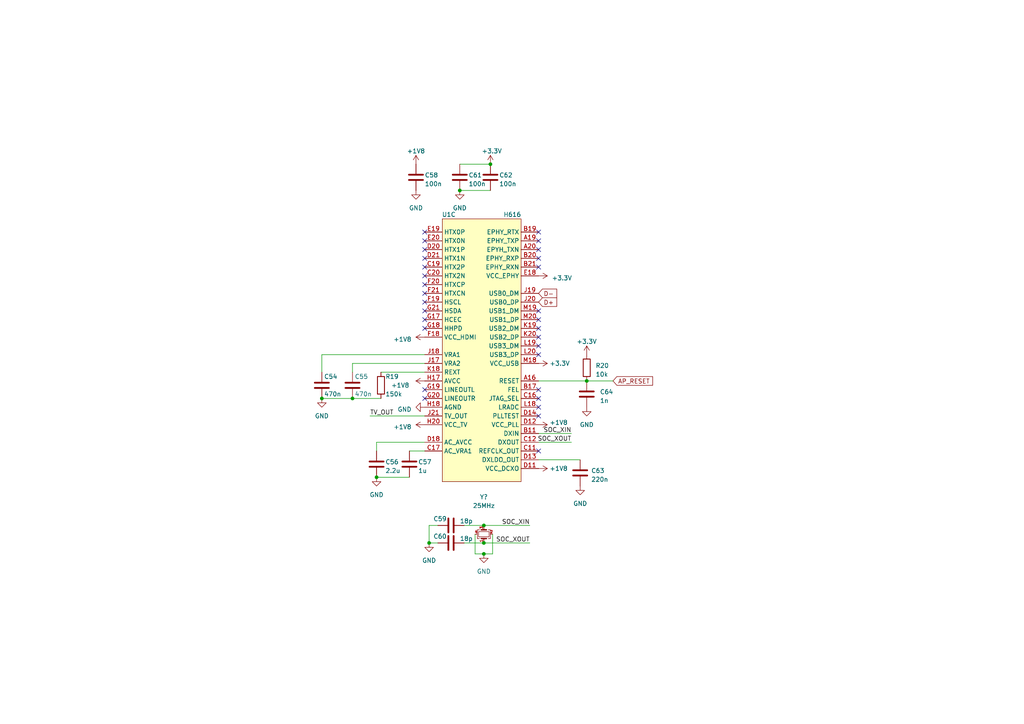
<source format=kicad_sch>
(kicad_sch (version 20230121) (generator eeschema)
  (paper "A4")
  (lib_symbols
    (symbol "Device:C" (pin_numbers hide) (pin_names (offset 0.254))
      (property "Reference" "C" (at 0.635 2.54 0))
      (property "Value" "C" (at 0.635 -2.54 0))
      (symbol "C_0_1"
        (polyline (pts (xy -2.032 -0.762) (xy 2.032 -0.762)) (stroke (width 0.508)))
        (polyline (pts (xy -2.032 0.762) (xy 2.032 0.762)) (stroke (width 0.508)))
      )
      (symbol "C_1_1"
        (pin passive line (at 0 3.81 270) (length 2.794) (name "~") (number "1"))
        (pin passive line (at 0 -3.81 90) (length 2.794) (name "~") (number "2"))
      )
    )
    (symbol "Device:Crystal_GND24_Small" (pin_names (offset 1.016) hide)
      (property "Reference" "Y" (at 1.27 4.445 0))
      (property "Value" "Crystal_GND24_Small" (at 1.27 2.54 0))
      (symbol "Crystal_GND24_Small_0_1"
        (rectangle (start -0.762 -1.524) (end 0.762 1.524))
        (polyline (pts (xy -1.27 -0.762) (xy -1.27 0.762)) (stroke (width 0.381)))
        (polyline (pts (xy 1.27 -0.762) (xy 1.27 0.762)) (stroke (width 0.381)))
        (polyline (pts (xy -1.27 -1.27) (xy -1.27 -1.905) (xy 1.27 -1.905) (xy 1.27 -1.27)))
        (polyline (pts (xy -1.27 1.27) (xy -1.27 1.905) (xy 1.27 1.905) (xy 1.27 1.27)))
      )
      (symbol "Crystal_GND24_Small_1_1"
        (pin passive line (at -2.54 0 0) (length 1.27) (name "1") (number "1"))
        (pin passive line (at 0 -2.54 90) (length 0.635) (name "2") (number "2"))
        (pin passive line (at 2.54 0 180) (length 1.27) (name "3") (number "3"))
        (pin passive line (at 0 2.54 270) (length 0.635) (name "4") (number "4"))
      )
    )
    (symbol "Device:R" (pin_numbers hide) (pin_names (offset 0))
      (property "Reference" "R" (at 2.032 0 90))
      (property "Value" "R" (at 0 0 90))
      (symbol "R_0_1"
        (rectangle (start -1.016 -2.54) (end 1.016 2.54) (stroke (width 0.254)))
      )
      (symbol "R_1_1"
        (pin passive line (at 0 3.81 270) (length 1.27) (name "~") (number "1"))
        (pin passive line (at 0 -3.81 90) (length 1.27) (name "~") (number "2"))
      )
    )
    (symbol "H616_lib:H616"
      (property "Reference" "U" (at 0 0 0))
      (symbol "H616_1_1"
        (rectangle (start -7.62 -2.54) (end 15.24 -118.11) (fill (type background)))
        (pin input line (at 20.32 -92.71 180) (length 5.08) (name "VCC_DRAM2") (number "L10"))
        (pin input line (at 20.32 -95.25 180) (length 5.08) (name "VCC_DRAM3") (number "L11"))
        (pin input line (at 20.32 -97.79 180) (length 5.08) (name "VCC_DRAM4") (number "L12"))
        (pin input line (at 20.32 -100.33 180) (length 5.08) (name "VCC_DRAM5") (number "L13"))
        (pin input line (at 20.32 -102.87 180) (length 5.08) (name "VDD18_DRAM") (number "L14"))
        (pin input line (at 20.32 -87.63 180) (length 5.08) (name "SZQ") (number "L15"))
        (pin input line (at 20.32 -90.17 180) (length 5.08) (name "VCC_DRAM1") (number "L9"))
        (pin input line (at -12.7 -113.03 0) (length 5.08) (name "SDQM3") (number "N10"))
        (pin input line (at -12.7 -44.45 0) (length 5.08) (name "SA15") (number "N13"))
        (pin input line (at -12.7 -29.21 0) (length 5.08) (name "SA9") (number "N16"))
        (pin input line (at -12.7 -24.13 0) (length 5.08) (name "SA7") (number "N19"))
        (pin input line (at 20.32 -11.43 180) (length 5.08) (name "SDQ2") (number "N2"))
        (pin input line (at -12.7 -69.85 0) (length 5.08) (name "SODT1") (number "N20"))
        (pin input line (at -12.7 -49.53 0) (length 5.08) (name "SBA0") (number "N21"))
        (pin input line (at 20.32 -6.35 180) (length 5.08) (name "SDQ0") (number "N3"))
        (pin input line (at 20.32 -39.37 180) (length 5.08) (name "SDQ13") (number "N4"))
        (pin input line (at 20.32 -44.45 180) (length 5.08) (name "SDQ15") (number "N5"))
        (pin input line (at 20.32 -72.39 180) (length 5.08) (name "SDQ26") (number "N7"))
        (pin input line (at 20.32 -19.05 180) (length 5.08) (name "SDQ5") (number "P1"))
        (pin input line (at 20.32 -77.47 180) (length 5.08) (name "SDQ28") (number "P10"))
        (pin input line (at 20.32 -82.55 180) (length 5.08) (name "SDQ30") (number "P12"))
        (pin input line (at -12.7 -80.01 0) (length 5.08) (name "SCKE1") (number "P13"))
        (pin input line (at -12.7 -19.05 0) (length 5.08) (name "SA5") (number "P15"))
        (pin input line (at -12.7 -39.37 0) (length 5.08) (name "SA13") (number "P16"))
        (pin input line (at -12.7 -59.69 0) (length 5.08) (name "SACT") (number "P18"))
        (pin input line (at 20.32 -24.13 180) (length 5.08) (name "SDQ7") (number "P2"))
        (pin input line (at -12.7 -54.61 0) (length 5.08) (name "SBG0") (number "P20"))
        (pin input line (at -12.7 -57.15 0) (length 5.08) (name "SBG1") (number "P21"))
        (pin input line (at 20.32 -31.75 180) (length 5.08) (name "SDQ10") (number "P4"))
        (pin input line (at 20.32 -26.67 180) (length 5.08) (name "SDQ8") (number "P5"))
        (pin input line (at 20.32 -41.91 180) (length 5.08) (name "SDQ14") (number "P6"))
        (pin input line (at 20.32 -69.85 180) (length 5.08) (name "SDQ25") (number "P7"))
        (pin input line (at 20.32 -74.93 180) (length 5.08) (name "SDQ27") (number "P9"))
        (pin input line (at -12.7 -87.63 0) (length 5.08) (name "SDQS0N") (number "R1"))
        (pin input line (at 20.32 -85.09 180) (length 5.08) (name "SDQ31") (number "R12"))
        (pin input line (at -12.7 -52.07 0) (length 5.08) (name "SBA1") (number "R15"))
        (pin input line (at -12.7 -16.51 0) (length 5.08) (name "SA4") (number "R18"))
        (pin input line (at -12.7 -31.75 0) (length 5.08) (name "SA10") (number "R19"))
        (pin input line (at -12.7 -85.09 0) (length 5.08) (name "SDQS0P") (number "R2"))
        (pin input line (at -12.7 -64.77 0) (length 5.08) (name "SCS1") (number "R20"))
        (pin input line (at -12.7 -107.95 0) (length 5.08) (name "SDQM1") (number "R3"))
        (pin input line (at 20.32 -34.29 180) (length 5.08) (name "SDQ11") (number "R4"))
        (pin input line (at 20.32 -36.83 180) (length 5.08) (name "SDQ12") (number "R6"))
        (pin input line (at 20.32 -67.31 180) (length 5.08) (name "SDQ24") (number "R9"))
        (pin input line (at 20.32 -46.99 180) (length 5.08) (name "SDQ16") (number "T11"))
        (pin input line (at 20.32 -52.07 180) (length 5.08) (name "SDQ18") (number "T12"))
        (pin input line (at -12.7 -72.39 0) (length 5.08) (name "SCKP") (number "T14"))
        (pin input line (at -12.7 -13.97 0) (length 5.08) (name "SA3") (number "T16"))
        (pin input line (at -12.7 -11.43 0) (length 5.08) (name "SA2") (number "T18"))
        (pin input line (at 20.32 -21.59 180) (length 5.08) (name "SDQ6") (number "T2"))
        (pin input line (at -12.7 -67.31 0) (length 5.08) (name "SODT0") (number "T20"))
        (pin input line (at -12.7 -6.35 0) (length 5.08) (name "SA0") (number "T21"))
        (pin input line (at 20.32 -13.97 180) (length 5.08) (name "SDQ3") (number "T4"))
        (pin input line (at 20.32 -64.77 180) (length 5.08) (name "SDQ23") (number "T5"))
        (pin input line (at 20.32 -57.15 180) (length 5.08) (name "SDQ20") (number "T6"))
        (pin input line (at 20.32 -62.23 180) (length 5.08) (name "SDQ22") (number "T7"))
        (pin input line (at -12.7 -110.49 0) (length 5.08) (name "SDQM2") (number "T9"))
        (pin input line (at -12.7 -105.41 0) (length 5.08) (name "SDQM0") (number "U1"))
        (pin input line (at -12.7 -102.87 0) (length 5.08) (name "SDQS3N") (number "U10"))
        (pin input line (at 20.32 -80.01 180) (length 5.08) (name "SDQ29") (number "U11"))
        (pin input line (at 20.32 -49.53 180) (length 5.08) (name "SDQ17") (number "U12"))
        (pin input line (at -12.7 -74.93 0) (length 5.08) (name "SCKN") (number "U14"))
        (pin input line (at -12.7 -34.29 0) (length 5.08) (name "SA11") (number "U15"))
        (pin input line (at -12.7 -36.83 0) (length 5.08) (name "SA12") (number "U16"))
        (pin input line (at -12.7 -8.89 0) (length 5.08) (name "SA1") (number "U17"))
        (pin input line (at -12.7 -46.99 0) (length 5.08) (name "SA16") (number "U18"))
        (pin input line (at -12.7 -26.67 0) (length 5.08) (name "SA8") (number "U19"))
        (pin input line (at -12.7 -90.17 0) (length 5.08) (name "SDQS1P") (number "U2"))
        (pin input line (at -12.7 -21.59 0) (length 5.08) (name "SA6") (number "U20"))
        (pin input line (at -12.7 -82.55 0) (length 5.08) (name "SRST") (number "U21"))
        (pin input line (at 20.32 -16.51 180) (length 5.08) (name "SDQ4") (number "U3"))
        (pin input line (at 20.32 -8.89 180) (length 5.08) (name "SDQ1") (number "U4"))
        (pin input line (at 20.32 -59.69 180) (length 5.08) (name "SDQ21") (number "U5"))
        (pin input line (at -12.7 -97.79 0) (length 5.08) (name "SDQS2N") (number "U8"))
        (pin input line (at 20.32 -54.61 180) (length 5.08) (name "SDQ19") (number "U9"))
        (pin input line (at -12.7 -100.33 0) (length 5.08) (name "SDQS3P") (number "V10"))
        (pin input line (at -12.7 -77.47 0) (length 5.08) (name "SCKE0") (number "V15"))
        (pin input line (at -12.7 -62.23 0) (length 5.08) (name "SCS0") (number "V17"))
        (pin input line (at -12.7 -92.71 0) (length 5.08) (name "SDQS1N") (number "V2"))
        (pin input line (at -12.7 -41.91 0) (length 5.08) (name "SA14") (number "V20"))
        (pin input line (at 20.32 -29.21 180) (length 5.08) (name "SDQ9") (number "V3"))
        (pin input line (at -12.7 -95.25 0) (length 5.08) (name "SDQS2P") (number "V8"))
      )
      (symbol "H616_2_1"
        (rectangle (start -7.62 -38.1) (end 10.16 -162.56) (fill (type background)))
        (pin input line (at 15.24 -63.5 180) (length 5.08) (name "PH9") (number "A12"))
        (pin input line (at 15.24 -50.8 180) (length 5.08) (name "PH4") (number "A14"))
        (pin input line (at -12.7 -154.94 0) (length 5.08) (name "PG18") (number "A2"))
        (pin input line (at -12.7 -124.46 0) (length 5.08) (name "PG6") (number "A4"))
        (pin input line (at -12.7 -109.22 0) (length 5.08) (name "PG0") (number "A6"))
        (pin input line (at -12.7 -147.32 0) (length 5.08) (name "PG15") (number "A8"))
        (pin input line (at -12.7 -40.64 0) (length 5.08) (name "PC0") (number "B1"))
        (pin input line (at -12.7 -137.16 0) (length 5.08) (name "PG11") (number "B10"))
        (pin input line (at 15.24 -58.42 180) (length 5.08) (name "PH7") (number "B12"))
        (pin input line (at 15.24 -66.04 180) (length 5.08) (name "PH10") (number "B13"))
        (pin input line (at 15.24 -53.34 180) (length 5.08) (name "PH5") (number "B14"))
        (pin input line (at 15.24 -45.72 180) (length 5.08) (name "PH2") (number "B15"))
        (pin input line (at 15.24 -121.92 180) (length 5.08) (name "PL1") (number "B18"))
        (pin input line (at -12.7 -157.48 0) (length 5.08) (name "PG19") (number "B2"))
        (pin input line (at -12.7 -132.08 0) (length 5.08) (name "PG9") (number "B3"))
        (pin input line (at -12.7 -127 0) (length 5.08) (name "PG7") (number "B4"))
        (pin input line (at -12.7 -116.84 0) (length 5.08) (name "PG3") (number "B5"))
        (pin input line (at -12.7 -121.92 0) (length 5.08) (name "PG5") (number "B7"))
        (pin input line (at -12.7 -149.86 0) (length 5.08) (name "PG16") (number "B8"))
        (pin input line (at -12.7 -144.78 0) (length 5.08) (name "PG14") (number "B9"))
        (pin input line (at -12.7 -45.72 0) (length 5.08) (name "PC2") (number "C1"))
        (pin input line (at -12.7 -142.24 0) (length 5.08) (name "PG13") (number "C10"))
        (pin input line (at 15.24 -60.96 180) (length 5.08) (name "PH8") (number "C13"))
        (pin input line (at 15.24 -55.88 180) (length 5.08) (name "PH6") (number "C14"))
        (pin input line (at 15.24 -48.26 180) (length 5.08) (name "PH3") (number "C15"))
        (pin input line (at 15.24 -119.38 180) (length 5.08) (name "PL0") (number "C18"))
        (pin input line (at -12.7 -43.18 0) (length 5.08) (name "PC1") (number "C2"))
        (pin input line (at -12.7 -152.4 0) (length 5.08) (name "PG17") (number "C3"))
        (pin input line (at -12.7 -129.54 0) (length 5.08) (name "PG8") (number "C4"))
        (pin input line (at -12.7 -119.38 0) (length 5.08) (name "PG4") (number "C5"))
        (pin input line (at -12.7 -114.3 0) (length 5.08) (name "PG2") (number "C6"))
        (pin input line (at -12.7 -111.76 0) (length 5.08) (name "PG1") (number "C7"))
        (pin input line (at -12.7 -134.62 0) (length 5.08) (name "PG10") (number "C8"))
        (pin input line (at -12.7 -139.7 0) (length 5.08) (name "PG12") (number "C9"))
        (pin input line (at -12.7 -48.26 0) (length 5.08) (name "PC3") (number "D1"))
        (pin input line (at 15.24 -43.18 180) (length 5.08) (name "PH1") (number "D15"))
        (pin input line (at 15.24 -40.64 180) (length 5.08) (name "PH0") (number "D16"))
        (pin input line (at -12.7 -50.8 0) (length 5.08) (name "PC4") (number "D2"))
        (pin input line (at -12.7 -53.34 0) (length 5.08) (name "PC5") (number "D3"))
        (pin input line (at 15.24 -73.66 180) (length 5.08) (name "PI1") (number "D4"))
        (pin input line (at 15.24 -93.98 180) (length 5.08) (name "PI9") (number "D5"))
        (pin input line (at -12.7 -160.02 0) (length 5.08) (name "VCC_PG") (number "D7"))
        (pin input line (at -12.7 -55.88 0) (length 5.08) (name "PC6") (number "E2"))
        (pin input line (at -12.7 -60.96 0) (length 5.08) (name "PC8") (number "E3"))
        (pin input line (at 15.24 -78.74 180) (length 5.08) (name "PI3") (number "E4"))
        (pin input line (at 15.24 -104.14 180) (length 5.08) (name "PI13") (number "E5"))
        (pin input line (at 15.24 -91.44 180) (length 5.08) (name "PI8") (number "E6"))
        (pin input line (at -12.7 -63.5 0) (length 5.08) (name "PC9") (number "F1"))
        (pin input line (at -12.7 -66.04 0) (length 5.08) (name "PC10") (number "F2"))
        (pin input line (at -12.7 -68.58 0) (length 5.08) (name "PC11") (number "F3"))
        (pin input line (at -12.7 -58.42 0) (length 5.08) (name "PC7") (number "F4"))
        (pin input line (at -12.7 -83.82 0) (length 5.08) (name "VCC_PC") (number "F5"))
        (pin input line (at -12.7 -71.12 0) (length 5.08) (name "PC12") (number "G2"))
        (pin input line (at -12.7 -73.66 0) (length 5.08) (name "PC13") (number "G3"))
        (pin input line (at 15.24 -88.9 180) (length 5.08) (name "PI7") (number "G4"))
        (pin input line (at 15.24 -81.28 180) (length 5.08) (name "PI4") (number "G5"))
        (pin input line (at 15.24 -76.2 180) (length 5.08) (name "PI2") (number "G6"))
        (pin input line (at -12.7 -76.2 0) (length 5.08) (name "PC14") (number "H1"))
        (pin input line (at -12.7 -78.74 0) (length 5.08) (name "PC15") (number "H2"))
        (pin input line (at -12.7 -81.28 0) (length 5.08) (name "PC16") (number "H3"))
        (pin input line (at 15.24 -83.82 180) (length 5.08) (name "PI5") (number "H4"))
        (pin input line (at 15.24 -86.36 180) (length 5.08) (name "PI6") (number "H5"))
        (pin input line (at 15.24 -71.12 180) (length 5.08) (name "PI0") (number "H6"))
        (pin input line (at -12.7 -88.9 0) (length 5.08) (name "PF0") (number "J2"))
        (pin input line (at -12.7 -91.44 0) (length 5.08) (name "PF1") (number "J3"))
        (pin input line (at 15.24 -114.3 180) (length 5.08) (name "VCC_PI") (number "J6"))
        (pin input line (at -12.7 -93.98 0) (length 5.08) (name "PF2") (number "K1"))
        (pin input line (at -12.7 -104.14 0) (length 5.08) (name "PF6") (number "K2"))
        (pin input line (at -12.7 -96.52 0) (length 5.08) (name "PF3") (number "K3"))
        (pin input line (at 15.24 -99.06 180) (length 5.08) (name "PI11") (number "K4"))
        (pin input line (at 15.24 -101.6 180) (length 5.08) (name "PI12") (number "K5"))
        (pin input line (at 15.24 -111.76 180) (length 5.08) (name "PI16") (number "K6"))
        (pin input line (at -12.7 -99.06 0) (length 5.08) (name "PF4") (number "L2"))
        (pin input line (at -12.7 -101.6 0) (length 5.08) (name "PF5") (number "L3"))
        (pin input line (at 15.24 -109.22 180) (length 5.08) (name "PI15") (number "L4"))
        (pin input line (at 15.24 -96.52 180) (length 5.08) (name "PI10") (number "L5"))
        (pin input line (at 15.24 -106.68 180) (length 5.08) (name "PI14") (number "L6"))
      )
      (symbol "H616_3_1"
        (rectangle (start -8.89 -39.37) (end 13.97 -115.57) (fill (type background)))
        (pin input line (at 19.05 -86.36 180) (length 5.08) (name "RESET") (number "A16"))
        (pin input line (at 19.05 -45.72 180) (length 5.08) (name "EPHY_TXP") (number "A19"))
        (pin input line (at 19.05 -48.26 180) (length 5.08) (name "EPYH_TXN") (number "A20"))
        (pin input line (at 19.05 -101.6 180) (length 5.08) (name "DXIN") (number "B11"))
        (pin input line (at 19.05 -88.9 180) (length 5.08) (name "FEL") (number "B17"))
        (pin input line (at 19.05 -43.18 180) (length 5.08) (name "EPHY_RTX") (number "B19"))
        (pin input line (at 19.05 -50.8 180) (length 5.08) (name "EPHY_RXP") (number "B20"))
        (pin input line (at 19.05 -53.34 180) (length 5.08) (name "EPHY_RXN") (number "B21"))
        (pin input line (at 19.05 -106.68 180) (length 5.08) (name "REFCLK_OUT") (number "C11"))
        (pin input line (at 19.05 -104.14 180) (length 5.08) (name "DXOUT") (number "C12"))
        (pin input line (at 19.05 -91.44 180) (length 5.08) (name "JTAG_SEL") (number "C16"))
        (pin input line (at -13.97 -106.68 0) (length 5.08) (name "AC_VRA1") (number "C17"))
        (pin input line (at -13.97 -53.34 0) (length 5.08) (name "HTX2P") (number "C19"))
        (pin input line (at -13.97 -55.88 0) (length 5.08) (name "HTX2N") (number "C20"))
        (pin input line (at 19.05 -111.76 180) (length 5.08) (name "VCC_DCXO") (number "D11"))
        (pin input line (at 19.05 -99.06 180) (length 5.08) (name "VCC_PLL") (number "D12"))
        (pin input line (at 19.05 -109.22 180) (length 5.08) (name "DXLDO_OUT") (number "D13"))
        (pin input line (at 19.05 -96.52 180) (length 5.08) (name "PLLTEST") (number "D14"))
        (pin input line (at -13.97 -104.14 0) (length 5.08) (name "AC_AVCC") (number "D18"))
        (pin input line (at -13.97 -48.26 0) (length 5.08) (name "HTX1P") (number "D20"))
        (pin input line (at -13.97 -50.8 0) (length 5.08) (name "HTX1N") (number "D21"))
        (pin input line (at 19.05 -55.88 180) (length 5.08) (name "VCC_EPHY") (number "E18"))
        (pin input line (at -13.97 -43.18 0) (length 5.08) (name "HTX0P") (number "E19"))
        (pin input line (at -13.97 -45.72 0) (length 5.08) (name "HTX0N") (number "E20"))
        (pin input line (at -13.97 -73.66 0) (length 5.08) (name "VCC_HDMI") (number "F18"))
        (pin input line (at -13.97 -63.5 0) (length 5.08) (name "HSCL") (number "F19"))
        (pin input line (at -13.97 -58.42 0) (length 5.08) (name "HTXCP") (number "F20"))
        (pin input line (at -13.97 -60.96 0) (length 5.08) (name "HTXCN") (number "F21"))
        (pin input line (at -13.97 -68.58 0) (length 5.08) (name "HCEC") (number "G17"))
        (pin input line (at -13.97 -71.12 0) (length 5.08) (name "HHPD") (number "G18"))
        (pin input line (at -13.97 -88.9 0) (length 5.08) (name "LINEOUTL") (number "G19"))
        (pin input line (at -13.97 -91.44 0) (length 5.08) (name "LINEOUTR") (number "G20"))
        (pin input line (at -13.97 -66.04 0) (length 5.08) (name "HSDA") (number "G21"))
        (pin input line (at -13.97 -86.36 0) (length 5.08) (name "AVCC") (number "H17"))
        (pin input line (at -13.97 -93.98 0) (length 5.08) (name "AGND") (number "H18"))
        (pin input line (at -13.97 -99.06 0) (length 5.08) (name "VCC_TV") (number "H20"))
        (pin input line (at -13.97 -81.28 0) (length 5.08) (name "VRA2") (number "J17"))
        (pin input line (at -13.97 -78.74 0) (length 5.08) (name "VRA1") (number "J18"))
        (pin input line (at 19.05 -60.96 180) (length 5.08) (name "USB0_DM") (number "J19"))
        (pin input line (at 19.05 -63.5 180) (length 5.08) (name "USB0_DP") (number "J20"))
        (pin input line (at -13.97 -96.52 0) (length 5.08) (name "TV_OUT") (number "J21"))
        (pin input line (at -13.97 -83.82 0) (length 5.08) (name "REXT") (number "K18"))
        (pin input line (at 19.05 -71.12 180) (length 5.08) (name "USB2_DM") (number "K19"))
        (pin input line (at 19.05 -73.66 180) (length 5.08) (name "USB2_DP") (number "K20"))
        (pin input line (at 19.05 -93.98 180) (length 5.08) (name "LRADC") (number "L18"))
        (pin input line (at 19.05 -76.2 180) (length 5.08) (name "USB3_DM") (number "L19"))
        (pin input line (at 19.05 -78.74 180) (length 5.08) (name "USB3_DP") (number "L20"))
        (pin input line (at 19.05 -81.28 180) (length 5.08) (name "VCC_USB") (number "M18"))
        (pin input line (at 19.05 -66.04 180) (length 5.08) (name "USB1_DM") (number "M19"))
        (pin input line (at 19.05 -68.58 180) (length 5.08) (name "USB1_DP") (number "M20"))
      )
      (symbol "H616_4_1"
        (rectangle (start -6.35 -2.54) (end 19.05 -112.395) (fill (type background)))
        (pin input line (at -11.43 -64.77 0) (length 5.08) (name "GND1") (number "A1"))
        (pin input line (at -11.43 -67.31 0) (length 5.08) (name "GND2") (number "A10"))
        (pin input line (at -11.43 -69.85 0) (length 5.08) (name "GND3") (number "A18"))
        (pin input line (at -11.43 -72.39 0) (length 5.08) (name "GND4") (number "A21"))
        (pin input line (at -11.43 -77.47 0) (length 5.08) (name "GND6") (number "B16"))
        (pin input line (at -11.43 -74.93 0) (length 5.08) (name "GND5") (number "B6"))
        (pin input line (at -11.43 -59.69 0) (length 5.08) (name "VCC_IO") (number "D10"))
        (pin input line (at -11.43 -80.01 0) (length 5.08) (name "GND7") (number "D19"))
        (pin input line (at -11.43 -46.99 0) (length 5.08) (name "VDD_GPU2") (number "F10"))
        (pin input line (at -11.43 -6.35 0) (length 5.08) (name "VDD_SYS1") (number "F11"))
        (pin input line (at -11.43 -8.89 0) (length 5.08) (name "VDD_SYS2") (number "F12"))
        (pin input line (at -11.43 -11.43 0) (length 5.08) (name "VDD_SYS3") (number "F13"))
        (pin input line (at -11.43 -82.55 0) (length 5.08) (name "GND8") (number "F14"))
        (pin input line (at -11.43 -85.09 0) (length 5.08) (name "GND9") (number "F15"))
        (pin input line (at -11.43 -54.61 0) (length 5.08) (name "VDD_GPUFB") (number "F8"))
        (pin input line (at -11.43 -44.45 0) (length 5.08) (name "VDD_GPU1") (number "F9"))
        (pin input line (at -11.43 -13.97 0) (length 5.08) (name "VDD_SYS4") (number "G10"))
        (pin input line (at -11.43 -16.51 0) (length 5.08) (name "VDD_SYS5") (number "G11"))
        (pin input line (at -11.43 -19.05 0) (length 5.08) (name "VDD_SYS6") (number "G12"))
        (pin input line (at -11.43 -87.63 0) (length 5.08) (name "GND10") (number "G13"))
        (pin input line (at -11.43 -90.17 0) (length 5.08) (name "GND11") (number "G14"))
        (pin input line (at -11.43 -92.71 0) (length 5.08) (name "GND12") (number "G15"))
        (pin input line (at -11.43 -49.53 0) (length 5.08) (name "VDD_GPU3") (number "G8"))
        (pin input line (at -11.43 -52.07 0) (length 5.08) (name "VDD_GPU4") (number "G9"))
        (pin input line (at -11.43 -95.25 0) (length 5.08) (name "GND13") (number "H10"))
        (pin input line (at -11.43 -97.79 0) (length 5.08) (name "GND14") (number "H11"))
        (pin input line (at -11.43 -100.33 0) (length 5.08) (name "GND15") (number "H12"))
        (pin input line (at 24.13 -6.35 180) (length 5.08) (name "GND16") (number "H13"))
        (pin input line (at 24.13 -8.89 180) (length 5.08) (name "GND17") (number "H14"))
        (pin input line (at 24.13 -11.43 180) (length 5.08) (name "GND18") (number "H15"))
        (pin input line (at 24.13 -13.97 180) (length 5.08) (name "GND19") (number "H19"))
        (pin input line (at -11.43 -24.13 0) (length 5.08) (name "VDD_CPU1") (number "H8"))
        (pin input line (at -11.43 -26.67 0) (length 5.08) (name "VDD_CPU2") (number "H9"))
        (pin input line (at -11.43 -34.29 0) (length 5.08) (name "VDD_CPU5") (number "J10"))
        (pin input line (at -11.43 -36.83 0) (length 5.08) (name "VDD_CPU6") (number "J11"))
        (pin input line (at 24.13 -16.51 180) (length 5.08) (name "GND20") (number "J12"))
        (pin input line (at 24.13 -19.05 180) (length 5.08) (name "GND21") (number "J13"))
        (pin input line (at 24.13 -21.59 180) (length 5.08) (name "GND22") (number "J14"))
        (pin input line (at 24.13 -24.13 180) (length 5.08) (name "GND23") (number "J15"))
        (pin input line (at -11.43 -29.21 0) (length 5.08) (name "VDD_CPU3") (number "J8"))
        (pin input line (at -11.43 -31.75 0) (length 5.08) (name "VDD_CPU4") (number "J9"))
        (pin input line (at 24.13 -34.29 180) (length 5.08) (name "GND27") (number "K10"))
        (pin input line (at 24.13 -36.83 180) (length 5.08) (name "GND28") (number "K11"))
        (pin input line (at 24.13 -39.37 180) (length 5.08) (name "GND29") (number "K12"))
        (pin input line (at 24.13 -41.91 180) (length 5.08) (name "GND30") (number "K13"))
        (pin input line (at 24.13 -44.45 180) (length 5.08) (name "GND31") (number "K14"))
        (pin input line (at 24.13 -46.99 180) (length 5.08) (name "GND32") (number "K15"))
        (pin input line (at 24.13 -29.21 180) (length 5.08) (name "GND25") (number "K8"))
        (pin input line (at 24.13 -31.75 180) (length 5.08) (name "GND26") (number "K9"))
        (pin input line (at 24.13 -49.53 180) (length 5.08) (name "GND33") (number "L21"))
        (pin input line (at -11.43 -39.37 0) (length 5.08) (name "VDD_CPUFB") (number "L8"))
        (pin input line (at 24.13 -26.67 180) (length 5.08) (name "GND24") (number "M1"))
        (pin input line (at 24.13 -52.07 180) (length 5.08) (name "GND34") (number "M2"))
        (pin input line (at 24.13 -54.61 180) (length 5.08) (name "GND35") (number "M3"))
        (pin input line (at 24.13 -62.23 180) (length 5.08) (name "GND38") (number "N12"))
        (pin input line (at 24.13 -64.77 180) (length 5.08) (name "GND39") (number "N15"))
        (pin input line (at 24.13 -67.31 180) (length 5.08) (name "GND40") (number "N18"))
        (pin input line (at 24.13 -57.15 180) (length 5.08) (name "GND36") (number "N6"))
        (pin input line (at 24.13 -59.69 180) (length 5.08) (name "GND37") (number "N9"))
        (pin input line (at 24.13 -69.85 180) (length 5.08) (name "GND41") (number "P3"))
        (pin input line (at 24.13 -74.93 180) (length 5.08) (name "GND43") (number "R21"))
        (pin input line (at 24.13 -72.39 180) (length 5.08) (name "GND42") (number "R5"))
        (pin input line (at 24.13 -77.47 180) (length 5.08) (name "GND44") (number "T1"))
        (pin input line (at 24.13 -85.09 180) (length 5.08) (name "GND47") (number "T10"))
        (pin input line (at 24.13 -87.63 180) (length 5.08) (name "GND48") (number "T15"))
        (pin input line (at 24.13 -90.17 180) (length 5.08) (name "GND49") (number "T17"))
        (pin input line (at 24.13 -80.01 180) (length 5.08) (name "GND45") (number "T3"))
        (pin input line (at 24.13 -82.55 180) (length 5.08) (name "GND46") (number "T8"))
        (pin input line (at 24.13 -95.25 180) (length 5.08) (name "GND51") (number "U13"))
        (pin input line (at 24.13 -92.71 180) (length 5.08) (name "GND50") (number "U6"))
        (pin input line (at 24.13 -97.79 180) (length 5.08) (name "GND52") (number "V1"))
        (pin input line (at 24.13 -102.87 180) (length 5.08) (name "GND54") (number "V12"))
        (pin input line (at 24.13 -105.41 180) (length 5.08) (name "GND55") (number "V19"))
        (pin input line (at 24.13 -107.95 180) (length 5.08) (name "GND56") (number "V21"))
        (pin input line (at 24.13 -100.33 180) (length 5.08) (name "GND53") (number "V5"))
      )
    )
    (symbol "power:+1V8" (power) (pin_names (offset 0))
      (property "Value" "+1V8" (at 0 3.556 0))
      (symbol "+1V8_0_1"
        (polyline (pts (xy -0.762 1.27) (xy 0 2.54)))
        (polyline (pts (xy 0 0) (xy 0 2.54)))
        (polyline (pts (xy 0 2.54) (xy 0.762 1.27)))
      )
      (symbol "+1V8_1_1"
        (pin power_in line (at 0 0 90) (length 0) hide (name "+1V8") (number "1"))
      )
    )
    (symbol "power:+3.3V" (power) (pin_names (offset 0))
      (property "Value" "+3.3V" (at 0 3.556 0))
      (symbol "+3.3V_0_1"
        (polyline (pts (xy -0.762 1.27) (xy 0 2.54)))
        (polyline (pts (xy 0 0) (xy 0 2.54)))
        (polyline (pts (xy 0 2.54) (xy 0.762 1.27)))
      )
      (symbol "+3.3V_1_1"
        (pin power_in line (at 0 0 90) (length 0) hide (name "+3.3V") (number "1"))
      )
    )
    (symbol "power:GND" (power) (pin_names (offset 0))
      (property "Value" "GND" (at 0 -3.81 0))
      (symbol "GND_0_1"
        (polyline (pts (xy 0 0) (xy 0 -1.27) (xy 1.27 -1.27) (xy 0 -2.54) (xy -1.27 -1.27) (xy 0 -1.27)))
      )
      (symbol "GND_1_1"
        (pin power_in line (at 0 0 270) (length 0) hide (name "GND") (number "1"))
      )
    )
  )
  (junction (at 140.335 152.4))
  (junction (at 140.335 157.48))
  (junction (at 170.18 110.49))
  (junction (at 102.235 115.57))
  (junction (at 133.35 55.245))
  (junction (at 124.46 157.48))
  (junction (at 142.24 47.625))
  (junction (at 109.22 138.43))
  (junction (at 93.345 115.57))
  (junction (at 140.335 160.655))
  (no_connect (at 156.21 67.31))
  (no_connect (at 156.21 92.71))
  (no_connect (at 123.19 85.09))
  (no_connect (at 156.21 113.03))
  (no_connect (at 123.19 115.57))
  (no_connect (at 156.21 130.81))
  (no_connect (at 156.21 95.25))
  (no_connect (at 123.19 80.01))
  (no_connect (at 123.19 95.25))
  (no_connect (at 156.21 100.33))
  (no_connect (at 156.21 102.87))
  (no_connect (at 156.21 118.11))
  (no_connect (at 123.19 92.71))
  (no_connect (at 123.19 67.31))
  (no_connect (at 123.19 113.03))
  (no_connect (at 156.21 97.79))
  (no_connect (at 156.21 72.39))
  (no_connect (at 156.21 69.85))
  (no_connect (at 156.21 120.65))
  (no_connect (at 123.19 82.55))
  (no_connect (at 123.19 90.17))
  (no_connect (at 123.19 87.63))
  (no_connect (at 123.19 69.85))
  (no_connect (at 123.19 77.47))
  (no_connect (at 123.19 72.39))
  (no_connect (at 156.21 77.47))
  (no_connect (at 156.21 90.17))
  (no_connect (at 123.19 74.93))
  (no_connect (at 156.21 115.57))
  (no_connect (at 156.21 74.93))
  (wire (pts (xy 127 152.4) (xy 124.46 152.4)))
  (wire (pts (xy 123.19 128.27) (xy 109.22 128.27)))
  (wire (pts (xy 107.315 120.65) (xy 123.19 120.65)))
  (wire (pts (xy 134.62 157.48) (xy 140.335 157.48)))
  (wire (pts (xy 124.46 157.48) (xy 127 157.48)))
  (wire (pts (xy 142.875 160.655) (xy 140.335 160.655)))
  (wire (pts (xy 142.875 154.94) (xy 142.875 160.655)))
  (wire (pts (xy 109.22 128.27) (xy 109.22 130.81)))
  (wire (pts (xy 93.345 102.87) (xy 93.345 107.95)))
  (wire (pts (xy 134.62 152.4) (xy 140.335 152.4)))
  (wire (pts (xy 118.745 130.81) (xy 123.19 130.81)))
  (wire (pts (xy 102.235 115.57) (xy 110.49 115.57)))
  (wire (pts (xy 140.335 157.48) (xy 153.67 157.48)))
  (wire (pts (xy 156.21 133.35) (xy 168.275 133.35)))
  (wire (pts (xy 133.35 47.625) (xy 142.24 47.625)))
  (wire (pts (xy 133.35 55.245) (xy 142.24 55.245)))
  (wire (pts (xy 123.19 105.41) (xy 102.235 105.41)))
  (wire (pts (xy 123.19 102.87) (xy 93.345 102.87)))
  (wire (pts (xy 124.46 152.4) (xy 124.46 157.48)))
  (wire (pts (xy 140.335 160.655) (xy 137.795 160.655)))
  (wire (pts (xy 102.235 105.41) (xy 102.235 107.95)))
  (wire (pts (xy 109.22 138.43) (xy 118.745 138.43)))
  (wire (pts (xy 156.21 110.49) (xy 170.18 110.49)))
  (wire (pts (xy 156.21 125.73) (xy 165.735 125.73)))
  (wire (pts (xy 170.18 110.49) (xy 177.8 110.49)))
  (wire (pts (xy 156.21 128.27) (xy 165.735 128.27)))
  (wire (pts (xy 110.49 107.95) (xy 123.19 107.95)))
  (wire (pts (xy 93.345 115.57) (xy 102.235 115.57)))
  (wire (pts (xy 137.795 160.655) (xy 137.795 154.94)))
  (wire (pts (xy 140.335 152.4) (xy 153.67 152.4)))
  (label "SOC_XIN" (at 165.735 125.73 180))
  (label "TV_OUT" (at 107.315 120.65 0))
  (label "SOC_XIN" (at 153.67 152.4 180))
  (label "SOC_XOUT" (at 153.67 157.48 180))
  (label "SOC_XOUT" (at 165.735 128.27 180))
  (global_label "D-" (shape input) (at 156.21 85.09 0) (property "Intersheetrefs" "${INTERSHEET_REFS}" (effects hide)))
  (global_label "D+" (shape input) (at 156.21 87.63 0) (property "Intersheetrefs" "${INTERSHEET_REFS}" (effects hide)))
  (global_label "AP_RESET" (shape input) (at 177.8 110.49 0) (property "Intersheetrefs" "${INTERSHEET_REFS}" (effects hide)))
  (symbol (lib_id "power:GND") (at 133.35 55.245 0) (unit 1)
    (property "Reference" "#PWR076" (effects hide))
    (property "Value" "GND" (at 133.35 60.325 0))
  )
  (symbol (lib_id "power:GND") (at 170.18 118.11 0) (unit 1)
    (property "Reference" "#PWR085" (effects hide))
    (property "Value" "GND" (at 170.18 123.19 0))
  )
  (symbol (lib_id "Device:C") (at 130.81 152.4 90) (unit 1)
    (property "Reference" "C59" (at 127.635 150.495 90))
    (property "Value" "18p" (at 135.255 151.13 90))
    (property "Footprint" "Capacitor_SMD:C_0402_1005Metric_Pad0.74x0.62mm_HandSolder" (effects hide))
  )
  (symbol (lib_id "Device:R") (at 110.49 111.76 0) (unit 1)
    (property "Reference" "R19" (at 111.76 109.22 0) (effects (justify left)))
    (property "Value" "150k" (at 111.76 114.3 0) (effects (justify left)))
    (property "Footprint" "Resistor_SMD:R_0402_1005Metric_Pad0.72x0.64mm_HandSolder" (effects hide))
  )
  (symbol (lib_id "power:+1V8") (at 123.19 97.79 90) (unit 1)
    (property "Reference" "#PWR071" (effects hide))
    (property "Value" "+1V8" (at 119.38 98.425 90) (effects (justify left)))
  )
  (symbol (lib_id "power:+1V8") (at 120.65 47.625 0) (unit 1)
    (property "Reference" "#PWR069" (effects hide))
    (property "Value" "+1V8" (at 120.65 43.815 0))
  )
  (symbol (lib_id "Device:C") (at 170.18 114.3 0) (unit 1)
    (property "Reference" "C64" (at 173.99 113.665 0) (effects (justify left)))
    (property "Value" "1n" (at 173.99 116.205 0) (effects (justify left)))
    (property "Footprint" "Capacitor_SMD:C_0402_1005Metric_Pad0.74x0.62mm_HandSolder" (effects hide))
  )
  (symbol (lib_id "power:+1V8") (at 156.21 123.19 270) (unit 1)
    (property "Reference" "#PWR081" (effects hide))
    (property "Value" "+1V8" (at 159.385 122.555 90) (effects (justify left)))
  )
  (symbol (lib_id "Device:C") (at 120.65 51.435 0) (unit 1)
    (property "Reference" "C58" (at 123.19 50.8 0) (effects (justify left)))
    (property "Value" "100n" (at 123.19 53.34 0) (effects (justify left)))
    (property "Footprint" "Capacitor_SMD:C_0402_1005Metric_Pad0.74x0.62mm_HandSolder" (effects hide))
  )
  (symbol (lib_id "power:+3.3V") (at 142.24 47.625 0) (unit 1)
    (property "Reference" "#PWR?" (effects hide))
    (property "Value" "+3.3V" (at 139.7 43.815 0) (effects (justify left)))
    (instances (project "H616_devboard" (path "" (reference "#PWR?") (unit 1)) (path "" (reference "#PWR078") (unit 1))))
  )
  (symbol (lib_id "power:+3.3V") (at 156.21 80.01 270) (unit 1)
    (property "Reference" "#PWR?" (effects hide))
    (property "Value" "+3.3V" (at 160.02 80.645 90) (effects (justify left)))
    (instances (project "H616_devboard" (path "" (reference "#PWR?") (unit 1)) (path "" (reference "#PWR079") (unit 1))))
  )
  (symbol (lib_id "power:+1V8") (at 123.19 110.49 90) (unit 1)
    (property "Reference" "#PWR072" (effects hide))
    (property "Value" "+1V8" (at 118.745 111.76 90) (effects (justify left)))
  )
  (symbol (lib_id "Device:C") (at 168.275 137.16 0) (unit 1)
    (property "Reference" "C63" (at 171.45 136.525 0) (effects (justify left)))
    (property "Value" "220n" (at 171.45 139.065 0) (effects (justify left)))
    (property "Footprint" "Capacitor_SMD:C_0402_1005Metric_Pad0.74x0.62mm_HandSolder" (effects hide))
  )
  (symbol (lib_id "power:GND") (at 124.46 157.48 0) (unit 1)
    (property "Reference" "#PWR075" (effects hide))
    (property "Value" "GND" (at 124.46 162.56 0))
  )
  (symbol (lib_id "power:GND") (at 120.65 55.245 0) (unit 1)
    (property "Reference" "#PWR070" (effects hide))
    (property "Value" "GND" (at 120.65 60.325 0))
  )
  (symbol (lib_id "Device:Crystal_GND24_Small") (at 140.335 154.94 90) (unit 1)
    (property "Reference" "Y?" (at 140.335 144.145 90))
    (property "Value" "25MHz" (at 140.335 146.685 90))
    (property "Footprint" "Crystal:Crystal_SMD_2520-4Pin_2.5x2.0mm" (effects hide))
    (instances (project "H616_devboard" (path "" (reference "Y?") (unit 1)) (path "" (reference "Y1") (unit 1))))
  )
  (symbol (lib_id "Device:C") (at 118.745 134.62 0) (unit 1)
    (property "Reference" "C57" (at 121.285 133.985 0) (effects (justify left)))
    (property "Value" "1u" (at 121.285 136.525 0) (effects (justify left)))
    (property "Footprint" "Capacitor_SMD:C_0402_1005Metric_Pad0.74x0.62mm_HandSolder" (effects hide))
  )
  (symbol (lib_id "power:GND") (at 123.19 118.11 270) (unit 1)
    (property "Reference" "#PWR073" (effects hide))
    (property "Value" "GND" (at 119.38 118.745 90) (effects (justify right)))
  )
  (symbol (lib_id "Device:C") (at 109.22 134.62 0) (unit 1)
    (property "Reference" "C56" (at 111.76 133.985 0) (effects (justify left)))
    (property "Value" "2.2u" (at 111.76 136.525 0) (effects (justify left)))
    (property "Footprint" "Capacitor_SMD:C_0402_1005Metric_Pad0.74x0.62mm_HandSolder" (effects hide))
  )
  (symbol (lib_id "power:+1V8") (at 123.19 123.19 90) (unit 1)
    (property "Reference" "#PWR074" (effects hide))
    (property "Value" "+1V8" (at 119.38 123.825 90) (effects (justify left)))
  )
  (symbol (lib_id "power:+1V8") (at 156.21 135.89 270) (unit 1)
    (property "Reference" "#PWR082" (effects hide))
    (property "Value" "+1V8" (at 159.385 135.89 90) (effects (justify left)))
  )
  (symbol (lib_id "Device:C") (at 133.35 51.435 0) (unit 1)
    (property "Reference" "C61" (at 135.89 50.8 0) (effects (justify left)))
    (property "Value" "100n" (at 135.89 53.34 0) (effects (justify left)))
    (property "Footprint" "Capacitor_SMD:C_0402_1005Metric_Pad0.74x0.62mm_HandSolder" (effects hide))
  )
  (symbol (lib_id "power:GND") (at 140.335 160.655 0) (unit 1)
    (property "Reference" "#PWR077" (effects hide))
    (property "Value" "GND" (at 140.335 165.735 0))
  )
  (symbol (lib_id "Device:C") (at 130.81 157.48 90) (unit 1)
    (property "Reference" "C60" (at 127.635 155.575 90))
    (property "Value" "18p" (at 135.255 156.21 90))
    (property "Footprint" "Capacitor_SMD:C_0402_1005Metric_Pad0.74x0.62mm_HandSolder" (effects hide))
  )
  (symbol (lib_id "power:+3.3V") (at 156.21 105.41 270) (unit 1)
    (property "Reference" "#PWR?" (effects hide))
    (property "Value" "+3.3V" (at 159.385 105.41 90) (effects (justify left)))
    (instances (project "H616_devboard" (path "" (reference "#PWR?") (unit 1)) (path "" (reference "#PWR080") (unit 1))))
  )
  (symbol (lib_id "Device:R") (at 170.18 106.68 0) (unit 1)
    (property "Reference" "R20" (at 172.72 106.045 0) (effects (justify left)))
    (property "Value" "10k" (at 172.72 108.585 0) (effects (justify left)))
    (property "Footprint" "Resistor_SMD:R_0402_1005Metric_Pad0.72x0.64mm_HandSolder" (effects hide))
  )
  (symbol (lib_id "Device:C") (at 102.235 111.76 0) (unit 1)
    (property "Reference" "C55" (at 102.87 109.22 0) (effects (justify left)))
    (property "Value" "470n" (at 102.87 114.3 0) (effects (justify left)))
    (property "Footprint" "Capacitor_SMD:C_0402_1005Metric_Pad0.74x0.62mm_HandSolder" (effects hide))
  )
  (symbol (lib_id "Device:C") (at 93.345 111.76 0) (unit 1)
    (property "Reference" "C54" (at 93.98 109.22 0) (effects (justify left)))
    (property "Value" "470n" (at 93.98 114.3 0) (effects (justify left)))
    (property "Footprint" "Capacitor_SMD:C_0402_1005Metric_Pad0.74x0.62mm_HandSolder" (effects hide))
  )
  (symbol (lib_id "power:GND") (at 109.22 138.43 0) (unit 1)
    (property "Reference" "#PWR068" (effects hide))
    (property "Value" "GND" (at 109.22 143.51 0))
  )
  (symbol (lib_id "power:+3.3V") (at 170.18 102.87 0) (unit 1)
    (property "Reference" "#PWR?" (effects hide))
    (property "Value" "+3.3V" (at 170.18 99.06 0))
    (instances (project "H616_devboard" (path "" (reference "#PWR?") (unit 1)) (path "" (reference "#PWR084") (unit 1))))
  )
  (symbol (lib_id "power:GND") (at 168.275 140.97 0) (unit 1)
    (property "Reference" "#PWR083" (effects hide))
    (property "Value" "GND" (at 168.275 146.05 0))
  )
  (symbol (lib_id "power:GND") (at 93.345 115.57 0) (unit 1)
    (property "Reference" "#PWR067" (effects hide))
    (property "Value" "GND" (at 93.345 120.65 0))
  )
  (symbol (lib_id "H616_lib:H616") (at 137.16 24.13 0) (unit 3)
    (property "Reference" "U1" (at 130.175 62.23 0))
    (property "Value" "H616" (at 148.59 62.23 0))
    (property "Footprint" "projectlib:H616_TFBGA284" (effects hide))
  )
  (symbol (lib_id "Device:C") (at 142.24 51.435 0) (unit 1)
    (property "Reference" "C62" (at 144.78 50.8 0) (effects (justify left)))
    (property "Value" "100n" (at 144.78 53.34 0) (effects (justify left)))
    (property "Footprint" "Capacitor_SMD:C_0402_1005Metric_Pad0.74x0.62mm_HandSolder" (effects hide))
  )
)
</source>
